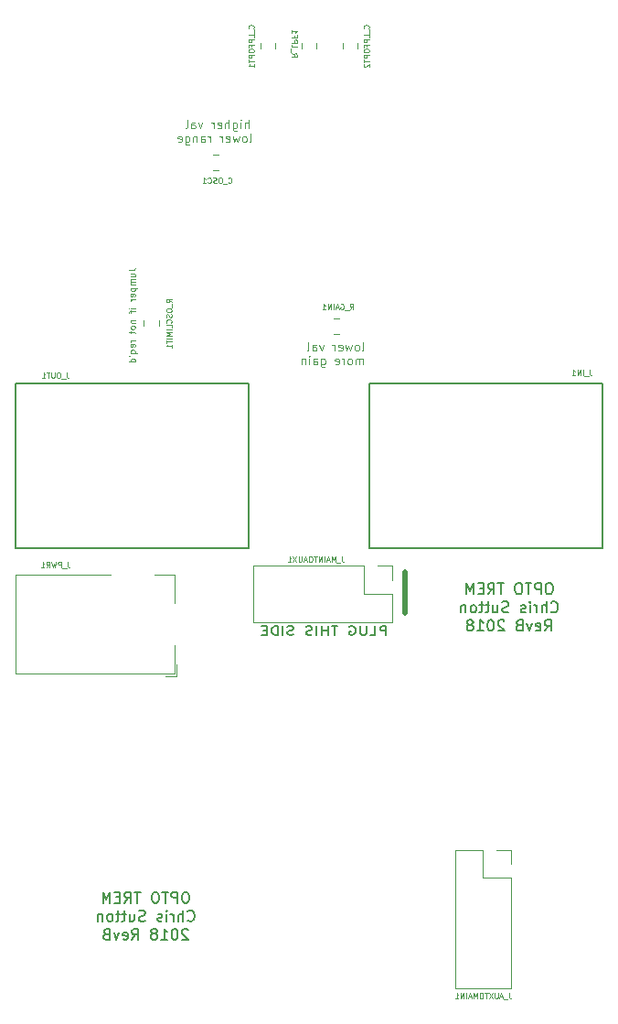
<source format=gbr>
G04 #@! TF.GenerationSoftware,KiCad,Pcbnew,(5.0.0-3-g5ebb6b6)*
G04 #@! TF.CreationDate,2018-11-16T00:35:09+00:00*
G04 #@! TF.ProjectId,555PWMTremolo,35353550574D5472656D6F6C6F2E6B69,rev?*
G04 #@! TF.SameCoordinates,Original*
G04 #@! TF.FileFunction,Legend,Bot*
G04 #@! TF.FilePolarity,Positive*
%FSLAX46Y46*%
G04 Gerber Fmt 4.6, Leading zero omitted, Abs format (unit mm)*
G04 Created by KiCad (PCBNEW (5.0.0-3-g5ebb6b6)) date Friday, 16 November 2018 at 00:35:09*
%MOMM*%
%LPD*%
G01*
G04 APERTURE LIST*
%ADD10C,0.500000*%
%ADD11C,0.100000*%
%ADD12C,0.200000*%
%ADD13C,0.120000*%
%ADD14C,0.150000*%
%ADD15C,0.125000*%
G04 APERTURE END LIST*
D10*
X89535000Y-127889000D02*
X89535000Y-131699000D01*
D11*
X75043904Y-86833904D02*
X75043904Y-86033904D01*
X74701047Y-86833904D02*
X74701047Y-86414857D01*
X74739142Y-86338666D01*
X74815333Y-86300571D01*
X74929619Y-86300571D01*
X75005809Y-86338666D01*
X75043904Y-86376761D01*
X74320095Y-86833904D02*
X74320095Y-86300571D01*
X74320095Y-86033904D02*
X74358190Y-86072000D01*
X74320095Y-86110095D01*
X74282000Y-86072000D01*
X74320095Y-86033904D01*
X74320095Y-86110095D01*
X73596285Y-86300571D02*
X73596285Y-86948190D01*
X73634380Y-87024380D01*
X73672476Y-87062476D01*
X73748666Y-87100571D01*
X73862952Y-87100571D01*
X73939142Y-87062476D01*
X73596285Y-86795809D02*
X73672476Y-86833904D01*
X73824857Y-86833904D01*
X73901047Y-86795809D01*
X73939142Y-86757714D01*
X73977238Y-86681523D01*
X73977238Y-86452952D01*
X73939142Y-86376761D01*
X73901047Y-86338666D01*
X73824857Y-86300571D01*
X73672476Y-86300571D01*
X73596285Y-86338666D01*
X73215333Y-86833904D02*
X73215333Y-86033904D01*
X72872476Y-86833904D02*
X72872476Y-86414857D01*
X72910571Y-86338666D01*
X72986761Y-86300571D01*
X73101047Y-86300571D01*
X73177238Y-86338666D01*
X73215333Y-86376761D01*
X72186761Y-86795809D02*
X72262952Y-86833904D01*
X72415333Y-86833904D01*
X72491523Y-86795809D01*
X72529619Y-86719619D01*
X72529619Y-86414857D01*
X72491523Y-86338666D01*
X72415333Y-86300571D01*
X72262952Y-86300571D01*
X72186761Y-86338666D01*
X72148666Y-86414857D01*
X72148666Y-86491047D01*
X72529619Y-86567238D01*
X71805809Y-86833904D02*
X71805809Y-86300571D01*
X71805809Y-86452952D02*
X71767714Y-86376761D01*
X71729619Y-86338666D01*
X71653428Y-86300571D01*
X71577238Y-86300571D01*
X70777238Y-86300571D02*
X70586761Y-86833904D01*
X70396285Y-86300571D01*
X69748666Y-86833904D02*
X69748666Y-86414857D01*
X69786761Y-86338666D01*
X69862952Y-86300571D01*
X70015333Y-86300571D01*
X70091523Y-86338666D01*
X69748666Y-86795809D02*
X69824857Y-86833904D01*
X70015333Y-86833904D01*
X70091523Y-86795809D01*
X70129619Y-86719619D01*
X70129619Y-86643428D01*
X70091523Y-86567238D01*
X70015333Y-86529142D01*
X69824857Y-86529142D01*
X69748666Y-86491047D01*
X69253428Y-86833904D02*
X69329619Y-86795809D01*
X69367714Y-86719619D01*
X69367714Y-86033904D01*
X75139142Y-88133904D02*
X75215333Y-88095809D01*
X75253428Y-88019619D01*
X75253428Y-87333904D01*
X74720095Y-88133904D02*
X74796285Y-88095809D01*
X74834380Y-88057714D01*
X74872476Y-87981523D01*
X74872476Y-87752952D01*
X74834380Y-87676761D01*
X74796285Y-87638666D01*
X74720095Y-87600571D01*
X74605809Y-87600571D01*
X74529619Y-87638666D01*
X74491523Y-87676761D01*
X74453428Y-87752952D01*
X74453428Y-87981523D01*
X74491523Y-88057714D01*
X74529619Y-88095809D01*
X74605809Y-88133904D01*
X74720095Y-88133904D01*
X74186761Y-87600571D02*
X74034380Y-88133904D01*
X73882000Y-87752952D01*
X73729619Y-88133904D01*
X73577238Y-87600571D01*
X72967714Y-88095809D02*
X73043904Y-88133904D01*
X73196285Y-88133904D01*
X73272476Y-88095809D01*
X73310571Y-88019619D01*
X73310571Y-87714857D01*
X73272476Y-87638666D01*
X73196285Y-87600571D01*
X73043904Y-87600571D01*
X72967714Y-87638666D01*
X72929619Y-87714857D01*
X72929619Y-87791047D01*
X73310571Y-87867238D01*
X72586761Y-88133904D02*
X72586761Y-87600571D01*
X72586761Y-87752952D02*
X72548666Y-87676761D01*
X72510571Y-87638666D01*
X72434380Y-87600571D01*
X72358190Y-87600571D01*
X71482000Y-88133904D02*
X71482000Y-87600571D01*
X71482000Y-87752952D02*
X71443904Y-87676761D01*
X71405809Y-87638666D01*
X71329619Y-87600571D01*
X71253428Y-87600571D01*
X70643904Y-88133904D02*
X70643904Y-87714857D01*
X70682000Y-87638666D01*
X70758190Y-87600571D01*
X70910571Y-87600571D01*
X70986761Y-87638666D01*
X70643904Y-88095809D02*
X70720095Y-88133904D01*
X70910571Y-88133904D01*
X70986761Y-88095809D01*
X71024857Y-88019619D01*
X71024857Y-87943428D01*
X70986761Y-87867238D01*
X70910571Y-87829142D01*
X70720095Y-87829142D01*
X70643904Y-87791047D01*
X70262952Y-87600571D02*
X70262952Y-88133904D01*
X70262952Y-87676761D02*
X70224857Y-87638666D01*
X70148666Y-87600571D01*
X70034380Y-87600571D01*
X69958190Y-87638666D01*
X69920095Y-87714857D01*
X69920095Y-88133904D01*
X69196285Y-87600571D02*
X69196285Y-88248190D01*
X69234380Y-88324380D01*
X69272476Y-88362476D01*
X69348666Y-88400571D01*
X69462952Y-88400571D01*
X69539142Y-88362476D01*
X69196285Y-88095809D02*
X69272476Y-88133904D01*
X69424857Y-88133904D01*
X69501047Y-88095809D01*
X69539142Y-88057714D01*
X69577238Y-87981523D01*
X69577238Y-87752952D01*
X69539142Y-87676761D01*
X69501047Y-87638666D01*
X69424857Y-87600571D01*
X69272476Y-87600571D01*
X69196285Y-87638666D01*
X68510571Y-88095809D02*
X68586761Y-88133904D01*
X68739142Y-88133904D01*
X68815333Y-88095809D01*
X68853428Y-88019619D01*
X68853428Y-87714857D01*
X68815333Y-87638666D01*
X68739142Y-87600571D01*
X68586761Y-87600571D01*
X68510571Y-87638666D01*
X68472476Y-87714857D01*
X68472476Y-87791047D01*
X68853428Y-87867238D01*
X85565904Y-107407904D02*
X85642095Y-107369809D01*
X85680190Y-107293619D01*
X85680190Y-106607904D01*
X85146857Y-107407904D02*
X85223047Y-107369809D01*
X85261142Y-107331714D01*
X85299238Y-107255523D01*
X85299238Y-107026952D01*
X85261142Y-106950761D01*
X85223047Y-106912666D01*
X85146857Y-106874571D01*
X85032571Y-106874571D01*
X84956380Y-106912666D01*
X84918285Y-106950761D01*
X84880190Y-107026952D01*
X84880190Y-107255523D01*
X84918285Y-107331714D01*
X84956380Y-107369809D01*
X85032571Y-107407904D01*
X85146857Y-107407904D01*
X84613523Y-106874571D02*
X84461142Y-107407904D01*
X84308761Y-107026952D01*
X84156380Y-107407904D01*
X84004000Y-106874571D01*
X83394476Y-107369809D02*
X83470666Y-107407904D01*
X83623047Y-107407904D01*
X83699238Y-107369809D01*
X83737333Y-107293619D01*
X83737333Y-106988857D01*
X83699238Y-106912666D01*
X83623047Y-106874571D01*
X83470666Y-106874571D01*
X83394476Y-106912666D01*
X83356380Y-106988857D01*
X83356380Y-107065047D01*
X83737333Y-107141238D01*
X83013523Y-107407904D02*
X83013523Y-106874571D01*
X83013523Y-107026952D02*
X82975428Y-106950761D01*
X82937333Y-106912666D01*
X82861142Y-106874571D01*
X82784952Y-106874571D01*
X81984952Y-106874571D02*
X81794476Y-107407904D01*
X81604000Y-106874571D01*
X80956380Y-107407904D02*
X80956380Y-106988857D01*
X80994476Y-106912666D01*
X81070666Y-106874571D01*
X81223047Y-106874571D01*
X81299238Y-106912666D01*
X80956380Y-107369809D02*
X81032571Y-107407904D01*
X81223047Y-107407904D01*
X81299238Y-107369809D01*
X81337333Y-107293619D01*
X81337333Y-107217428D01*
X81299238Y-107141238D01*
X81223047Y-107103142D01*
X81032571Y-107103142D01*
X80956380Y-107065047D01*
X80461142Y-107407904D02*
X80537333Y-107369809D01*
X80575428Y-107293619D01*
X80575428Y-106607904D01*
X85680190Y-108707904D02*
X85680190Y-108174571D01*
X85680190Y-108250761D02*
X85642095Y-108212666D01*
X85565904Y-108174571D01*
X85451619Y-108174571D01*
X85375428Y-108212666D01*
X85337333Y-108288857D01*
X85337333Y-108707904D01*
X85337333Y-108288857D02*
X85299238Y-108212666D01*
X85223047Y-108174571D01*
X85108761Y-108174571D01*
X85032571Y-108212666D01*
X84994476Y-108288857D01*
X84994476Y-108707904D01*
X84499238Y-108707904D02*
X84575428Y-108669809D01*
X84613523Y-108631714D01*
X84651619Y-108555523D01*
X84651619Y-108326952D01*
X84613523Y-108250761D01*
X84575428Y-108212666D01*
X84499238Y-108174571D01*
X84384952Y-108174571D01*
X84308761Y-108212666D01*
X84270666Y-108250761D01*
X84232571Y-108326952D01*
X84232571Y-108555523D01*
X84270666Y-108631714D01*
X84308761Y-108669809D01*
X84384952Y-108707904D01*
X84499238Y-108707904D01*
X83889714Y-108707904D02*
X83889714Y-108174571D01*
X83889714Y-108326952D02*
X83851619Y-108250761D01*
X83813523Y-108212666D01*
X83737333Y-108174571D01*
X83661142Y-108174571D01*
X83089714Y-108669809D02*
X83165904Y-108707904D01*
X83318285Y-108707904D01*
X83394476Y-108669809D01*
X83432571Y-108593619D01*
X83432571Y-108288857D01*
X83394476Y-108212666D01*
X83318285Y-108174571D01*
X83165904Y-108174571D01*
X83089714Y-108212666D01*
X83051619Y-108288857D01*
X83051619Y-108365047D01*
X83432571Y-108441238D01*
X81756380Y-108174571D02*
X81756380Y-108822190D01*
X81794476Y-108898380D01*
X81832571Y-108936476D01*
X81908761Y-108974571D01*
X82023047Y-108974571D01*
X82099238Y-108936476D01*
X81756380Y-108669809D02*
X81832571Y-108707904D01*
X81984952Y-108707904D01*
X82061142Y-108669809D01*
X82099238Y-108631714D01*
X82137333Y-108555523D01*
X82137333Y-108326952D01*
X82099238Y-108250761D01*
X82061142Y-108212666D01*
X81984952Y-108174571D01*
X81832571Y-108174571D01*
X81756380Y-108212666D01*
X81032571Y-108707904D02*
X81032571Y-108288857D01*
X81070666Y-108212666D01*
X81146857Y-108174571D01*
X81299238Y-108174571D01*
X81375428Y-108212666D01*
X81032571Y-108669809D02*
X81108761Y-108707904D01*
X81299238Y-108707904D01*
X81375428Y-108669809D01*
X81413523Y-108593619D01*
X81413523Y-108517428D01*
X81375428Y-108441238D01*
X81299238Y-108403142D01*
X81108761Y-108403142D01*
X81032571Y-108365047D01*
X80651619Y-108707904D02*
X80651619Y-108174571D01*
X80651619Y-107907904D02*
X80689714Y-107946000D01*
X80651619Y-107984095D01*
X80613523Y-107946000D01*
X80651619Y-107907904D01*
X80651619Y-107984095D01*
X80270666Y-108174571D02*
X80270666Y-108707904D01*
X80270666Y-108250761D02*
X80232571Y-108212666D01*
X80156380Y-108174571D01*
X80042095Y-108174571D01*
X79965904Y-108212666D01*
X79927809Y-108288857D01*
X79927809Y-108707904D01*
X63933428Y-99997142D02*
X64362000Y-99997142D01*
X64447714Y-99968571D01*
X64504857Y-99911428D01*
X64533428Y-99825714D01*
X64533428Y-99768571D01*
X64133428Y-100540000D02*
X64533428Y-100540000D01*
X64133428Y-100282857D02*
X64447714Y-100282857D01*
X64504857Y-100311428D01*
X64533428Y-100368571D01*
X64533428Y-100454285D01*
X64504857Y-100511428D01*
X64476285Y-100540000D01*
X64533428Y-100825714D02*
X64133428Y-100825714D01*
X64190571Y-100825714D02*
X64162000Y-100854285D01*
X64133428Y-100911428D01*
X64133428Y-100997142D01*
X64162000Y-101054285D01*
X64219142Y-101082857D01*
X64533428Y-101082857D01*
X64219142Y-101082857D02*
X64162000Y-101111428D01*
X64133428Y-101168571D01*
X64133428Y-101254285D01*
X64162000Y-101311428D01*
X64219142Y-101340000D01*
X64533428Y-101340000D01*
X64133428Y-101625714D02*
X64733428Y-101625714D01*
X64162000Y-101625714D02*
X64133428Y-101682857D01*
X64133428Y-101797142D01*
X64162000Y-101854285D01*
X64190571Y-101882857D01*
X64247714Y-101911428D01*
X64419142Y-101911428D01*
X64476285Y-101882857D01*
X64504857Y-101854285D01*
X64533428Y-101797142D01*
X64533428Y-101682857D01*
X64504857Y-101625714D01*
X64504857Y-102397142D02*
X64533428Y-102340000D01*
X64533428Y-102225714D01*
X64504857Y-102168571D01*
X64447714Y-102140000D01*
X64219142Y-102140000D01*
X64162000Y-102168571D01*
X64133428Y-102225714D01*
X64133428Y-102340000D01*
X64162000Y-102397142D01*
X64219142Y-102425714D01*
X64276285Y-102425714D01*
X64333428Y-102140000D01*
X64533428Y-102682857D02*
X64133428Y-102682857D01*
X64247714Y-102682857D02*
X64190571Y-102711428D01*
X64162000Y-102740000D01*
X64133428Y-102797142D01*
X64133428Y-102854285D01*
X64533428Y-103511428D02*
X64133428Y-103511428D01*
X63933428Y-103511428D02*
X63962000Y-103482857D01*
X63990571Y-103511428D01*
X63962000Y-103540000D01*
X63933428Y-103511428D01*
X63990571Y-103511428D01*
X64133428Y-103711428D02*
X64133428Y-103940000D01*
X64533428Y-103797142D02*
X64019142Y-103797142D01*
X63962000Y-103825714D01*
X63933428Y-103882857D01*
X63933428Y-103940000D01*
X64133428Y-104597142D02*
X64533428Y-104597142D01*
X64190571Y-104597142D02*
X64162000Y-104625714D01*
X64133428Y-104682857D01*
X64133428Y-104768571D01*
X64162000Y-104825714D01*
X64219142Y-104854285D01*
X64533428Y-104854285D01*
X64533428Y-105225714D02*
X64504857Y-105168571D01*
X64476285Y-105140000D01*
X64419142Y-105111428D01*
X64247714Y-105111428D01*
X64190571Y-105140000D01*
X64162000Y-105168571D01*
X64133428Y-105225714D01*
X64133428Y-105311428D01*
X64162000Y-105368571D01*
X64190571Y-105397142D01*
X64247714Y-105425714D01*
X64419142Y-105425714D01*
X64476285Y-105397142D01*
X64504857Y-105368571D01*
X64533428Y-105311428D01*
X64533428Y-105225714D01*
X64133428Y-105597142D02*
X64133428Y-105825714D01*
X63933428Y-105682857D02*
X64447714Y-105682857D01*
X64504857Y-105711428D01*
X64533428Y-105768571D01*
X64533428Y-105825714D01*
X64533428Y-106482857D02*
X64133428Y-106482857D01*
X64247714Y-106482857D02*
X64190571Y-106511428D01*
X64162000Y-106540000D01*
X64133428Y-106597142D01*
X64133428Y-106654285D01*
X64504857Y-107082857D02*
X64533428Y-107025714D01*
X64533428Y-106911428D01*
X64504857Y-106854285D01*
X64447714Y-106825714D01*
X64219142Y-106825714D01*
X64162000Y-106854285D01*
X64133428Y-106911428D01*
X64133428Y-107025714D01*
X64162000Y-107082857D01*
X64219142Y-107111428D01*
X64276285Y-107111428D01*
X64333428Y-106825714D01*
X64133428Y-107625714D02*
X64733428Y-107625714D01*
X64504857Y-107625714D02*
X64533428Y-107568571D01*
X64533428Y-107454285D01*
X64504857Y-107397142D01*
X64476285Y-107368571D01*
X64419142Y-107340000D01*
X64247714Y-107340000D01*
X64190571Y-107368571D01*
X64162000Y-107397142D01*
X64133428Y-107454285D01*
X64133428Y-107568571D01*
X64162000Y-107625714D01*
X63933428Y-107940000D02*
X63962000Y-107940000D01*
X64019142Y-107911428D01*
X64047714Y-107882857D01*
X64533428Y-108454285D02*
X63933428Y-108454285D01*
X64504857Y-108454285D02*
X64533428Y-108397142D01*
X64533428Y-108282857D01*
X64504857Y-108225714D01*
X64476285Y-108197142D01*
X64419142Y-108168571D01*
X64247714Y-108168571D01*
X64190571Y-108197142D01*
X64162000Y-108225714D01*
X64133428Y-108282857D01*
X64133428Y-108397142D01*
X64162000Y-108454285D01*
D12*
X87780095Y-133711904D02*
X87780095Y-132911904D01*
X87399142Y-132911904D01*
X87303904Y-132950000D01*
X87256285Y-132988095D01*
X87208666Y-133064285D01*
X87208666Y-133178571D01*
X87256285Y-133254761D01*
X87303904Y-133292857D01*
X87399142Y-133330952D01*
X87780095Y-133330952D01*
X86303904Y-133711904D02*
X86780095Y-133711904D01*
X86780095Y-132911904D01*
X85970571Y-132911904D02*
X85970571Y-133559523D01*
X85922952Y-133635714D01*
X85875333Y-133673809D01*
X85780095Y-133711904D01*
X85589619Y-133711904D01*
X85494380Y-133673809D01*
X85446761Y-133635714D01*
X85399142Y-133559523D01*
X85399142Y-132911904D01*
X84399142Y-132950000D02*
X84494380Y-132911904D01*
X84637238Y-132911904D01*
X84780095Y-132950000D01*
X84875333Y-133026190D01*
X84922952Y-133102380D01*
X84970571Y-133254761D01*
X84970571Y-133369047D01*
X84922952Y-133521428D01*
X84875333Y-133597619D01*
X84780095Y-133673809D01*
X84637238Y-133711904D01*
X84542000Y-133711904D01*
X84399142Y-133673809D01*
X84351523Y-133635714D01*
X84351523Y-133369047D01*
X84542000Y-133369047D01*
X83303904Y-132911904D02*
X82732476Y-132911904D01*
X83018190Y-133711904D02*
X83018190Y-132911904D01*
X82399142Y-133711904D02*
X82399142Y-132911904D01*
X82399142Y-133292857D02*
X81827714Y-133292857D01*
X81827714Y-133711904D02*
X81827714Y-132911904D01*
X81351523Y-133711904D02*
X81351523Y-132911904D01*
X80922952Y-133673809D02*
X80780095Y-133711904D01*
X80542000Y-133711904D01*
X80446761Y-133673809D01*
X80399142Y-133635714D01*
X80351523Y-133559523D01*
X80351523Y-133483333D01*
X80399142Y-133407142D01*
X80446761Y-133369047D01*
X80542000Y-133330952D01*
X80732476Y-133292857D01*
X80827714Y-133254761D01*
X80875333Y-133216666D01*
X80922952Y-133140476D01*
X80922952Y-133064285D01*
X80875333Y-132988095D01*
X80827714Y-132950000D01*
X80732476Y-132911904D01*
X80494380Y-132911904D01*
X80351523Y-132950000D01*
X79208666Y-133673809D02*
X79065809Y-133711904D01*
X78827714Y-133711904D01*
X78732476Y-133673809D01*
X78684857Y-133635714D01*
X78637238Y-133559523D01*
X78637238Y-133483333D01*
X78684857Y-133407142D01*
X78732476Y-133369047D01*
X78827714Y-133330952D01*
X79018190Y-133292857D01*
X79113428Y-133254761D01*
X79161047Y-133216666D01*
X79208666Y-133140476D01*
X79208666Y-133064285D01*
X79161047Y-132988095D01*
X79113428Y-132950000D01*
X79018190Y-132911904D01*
X78780095Y-132911904D01*
X78637238Y-132950000D01*
X78208666Y-133711904D02*
X78208666Y-132911904D01*
X77732476Y-133711904D02*
X77732476Y-132911904D01*
X77494380Y-132911904D01*
X77351523Y-132950000D01*
X77256285Y-133026190D01*
X77208666Y-133102380D01*
X77161047Y-133254761D01*
X77161047Y-133369047D01*
X77208666Y-133521428D01*
X77256285Y-133597619D01*
X77351523Y-133673809D01*
X77494380Y-133711904D01*
X77732476Y-133711904D01*
X76732476Y-133292857D02*
X76399142Y-133292857D01*
X76256285Y-133711904D02*
X76732476Y-133711904D01*
X76732476Y-132911904D01*
X76256285Y-132911904D01*
X102972714Y-128943380D02*
X102782238Y-128943380D01*
X102687000Y-128991000D01*
X102591761Y-129086238D01*
X102544142Y-129276714D01*
X102544142Y-129610047D01*
X102591761Y-129800523D01*
X102687000Y-129895761D01*
X102782238Y-129943380D01*
X102972714Y-129943380D01*
X103067952Y-129895761D01*
X103163190Y-129800523D01*
X103210809Y-129610047D01*
X103210809Y-129276714D01*
X103163190Y-129086238D01*
X103067952Y-128991000D01*
X102972714Y-128943380D01*
X102115571Y-129943380D02*
X102115571Y-128943380D01*
X101734619Y-128943380D01*
X101639380Y-128991000D01*
X101591761Y-129038619D01*
X101544142Y-129133857D01*
X101544142Y-129276714D01*
X101591761Y-129371952D01*
X101639380Y-129419571D01*
X101734619Y-129467190D01*
X102115571Y-129467190D01*
X101258428Y-128943380D02*
X100687000Y-128943380D01*
X100972714Y-129943380D02*
X100972714Y-128943380D01*
X100163190Y-128943380D02*
X99972714Y-128943380D01*
X99877476Y-128991000D01*
X99782238Y-129086238D01*
X99734619Y-129276714D01*
X99734619Y-129610047D01*
X99782238Y-129800523D01*
X99877476Y-129895761D01*
X99972714Y-129943380D01*
X100163190Y-129943380D01*
X100258428Y-129895761D01*
X100353666Y-129800523D01*
X100401285Y-129610047D01*
X100401285Y-129276714D01*
X100353666Y-129086238D01*
X100258428Y-128991000D01*
X100163190Y-128943380D01*
X98687000Y-128943380D02*
X98115571Y-128943380D01*
X98401285Y-129943380D02*
X98401285Y-128943380D01*
X97210809Y-129943380D02*
X97544142Y-129467190D01*
X97782238Y-129943380D02*
X97782238Y-128943380D01*
X97401285Y-128943380D01*
X97306047Y-128991000D01*
X97258428Y-129038619D01*
X97210809Y-129133857D01*
X97210809Y-129276714D01*
X97258428Y-129371952D01*
X97306047Y-129419571D01*
X97401285Y-129467190D01*
X97782238Y-129467190D01*
X96782238Y-129419571D02*
X96448904Y-129419571D01*
X96306047Y-129943380D02*
X96782238Y-129943380D01*
X96782238Y-128943380D01*
X96306047Y-128943380D01*
X95877476Y-129943380D02*
X95877476Y-128943380D01*
X95544142Y-129657666D01*
X95210809Y-128943380D01*
X95210809Y-129943380D01*
X103067952Y-131548142D02*
X103115571Y-131595761D01*
X103258428Y-131643380D01*
X103353666Y-131643380D01*
X103496523Y-131595761D01*
X103591761Y-131500523D01*
X103639380Y-131405285D01*
X103687000Y-131214809D01*
X103687000Y-131071952D01*
X103639380Y-130881476D01*
X103591761Y-130786238D01*
X103496523Y-130691000D01*
X103353666Y-130643380D01*
X103258428Y-130643380D01*
X103115571Y-130691000D01*
X103067952Y-130738619D01*
X102639380Y-131643380D02*
X102639380Y-130643380D01*
X102210809Y-131643380D02*
X102210809Y-131119571D01*
X102258428Y-131024333D01*
X102353666Y-130976714D01*
X102496523Y-130976714D01*
X102591761Y-131024333D01*
X102639380Y-131071952D01*
X101734619Y-131643380D02*
X101734619Y-130976714D01*
X101734619Y-131167190D02*
X101687000Y-131071952D01*
X101639380Y-131024333D01*
X101544142Y-130976714D01*
X101448904Y-130976714D01*
X101115571Y-131643380D02*
X101115571Y-130976714D01*
X101115571Y-130643380D02*
X101163190Y-130691000D01*
X101115571Y-130738619D01*
X101067952Y-130691000D01*
X101115571Y-130643380D01*
X101115571Y-130738619D01*
X100687000Y-131595761D02*
X100591761Y-131643380D01*
X100401285Y-131643380D01*
X100306047Y-131595761D01*
X100258428Y-131500523D01*
X100258428Y-131452904D01*
X100306047Y-131357666D01*
X100401285Y-131310047D01*
X100544142Y-131310047D01*
X100639380Y-131262428D01*
X100687000Y-131167190D01*
X100687000Y-131119571D01*
X100639380Y-131024333D01*
X100544142Y-130976714D01*
X100401285Y-130976714D01*
X100306047Y-131024333D01*
X99115571Y-131595761D02*
X98972714Y-131643380D01*
X98734619Y-131643380D01*
X98639380Y-131595761D01*
X98591761Y-131548142D01*
X98544142Y-131452904D01*
X98544142Y-131357666D01*
X98591761Y-131262428D01*
X98639380Y-131214809D01*
X98734619Y-131167190D01*
X98925095Y-131119571D01*
X99020333Y-131071952D01*
X99067952Y-131024333D01*
X99115571Y-130929095D01*
X99115571Y-130833857D01*
X99067952Y-130738619D01*
X99020333Y-130691000D01*
X98925095Y-130643380D01*
X98687000Y-130643380D01*
X98544142Y-130691000D01*
X97687000Y-130976714D02*
X97687000Y-131643380D01*
X98115571Y-130976714D02*
X98115571Y-131500523D01*
X98067952Y-131595761D01*
X97972714Y-131643380D01*
X97829857Y-131643380D01*
X97734619Y-131595761D01*
X97687000Y-131548142D01*
X97353666Y-130976714D02*
X96972714Y-130976714D01*
X97210809Y-130643380D02*
X97210809Y-131500523D01*
X97163190Y-131595761D01*
X97067952Y-131643380D01*
X96972714Y-131643380D01*
X96782238Y-130976714D02*
X96401285Y-130976714D01*
X96639380Y-130643380D02*
X96639380Y-131500523D01*
X96591761Y-131595761D01*
X96496523Y-131643380D01*
X96401285Y-131643380D01*
X95925095Y-131643380D02*
X96020333Y-131595761D01*
X96067952Y-131548142D01*
X96115571Y-131452904D01*
X96115571Y-131167190D01*
X96067952Y-131071952D01*
X96020333Y-131024333D01*
X95925095Y-130976714D01*
X95782238Y-130976714D01*
X95687000Y-131024333D01*
X95639380Y-131071952D01*
X95591761Y-131167190D01*
X95591761Y-131452904D01*
X95639380Y-131548142D01*
X95687000Y-131595761D01*
X95782238Y-131643380D01*
X95925095Y-131643380D01*
X95163190Y-130976714D02*
X95163190Y-131643380D01*
X95163190Y-131071952D02*
X95115571Y-131024333D01*
X95020333Y-130976714D01*
X94877476Y-130976714D01*
X94782238Y-131024333D01*
X94734619Y-131119571D01*
X94734619Y-131643380D01*
X102472714Y-133343380D02*
X102806047Y-132867190D01*
X103044142Y-133343380D02*
X103044142Y-132343380D01*
X102663190Y-132343380D01*
X102567952Y-132391000D01*
X102520333Y-132438619D01*
X102472714Y-132533857D01*
X102472714Y-132676714D01*
X102520333Y-132771952D01*
X102567952Y-132819571D01*
X102663190Y-132867190D01*
X103044142Y-132867190D01*
X101663190Y-133295761D02*
X101758428Y-133343380D01*
X101948904Y-133343380D01*
X102044142Y-133295761D01*
X102091761Y-133200523D01*
X102091761Y-132819571D01*
X102044142Y-132724333D01*
X101948904Y-132676714D01*
X101758428Y-132676714D01*
X101663190Y-132724333D01*
X101615571Y-132819571D01*
X101615571Y-132914809D01*
X102091761Y-133010047D01*
X101282238Y-132676714D02*
X101044142Y-133343380D01*
X100806047Y-132676714D01*
X100091761Y-132819571D02*
X99948904Y-132867190D01*
X99901285Y-132914809D01*
X99853666Y-133010047D01*
X99853666Y-133152904D01*
X99901285Y-133248142D01*
X99948904Y-133295761D01*
X100044142Y-133343380D01*
X100425095Y-133343380D01*
X100425095Y-132343380D01*
X100091761Y-132343380D01*
X99996523Y-132391000D01*
X99948904Y-132438619D01*
X99901285Y-132533857D01*
X99901285Y-132629095D01*
X99948904Y-132724333D01*
X99996523Y-132771952D01*
X100091761Y-132819571D01*
X100425095Y-132819571D01*
X98710809Y-132438619D02*
X98663190Y-132391000D01*
X98567952Y-132343380D01*
X98329857Y-132343380D01*
X98234619Y-132391000D01*
X98187000Y-132438619D01*
X98139380Y-132533857D01*
X98139380Y-132629095D01*
X98187000Y-132771952D01*
X98758428Y-133343380D01*
X98139380Y-133343380D01*
X97520333Y-132343380D02*
X97425095Y-132343380D01*
X97329857Y-132391000D01*
X97282238Y-132438619D01*
X97234619Y-132533857D01*
X97187000Y-132724333D01*
X97187000Y-132962428D01*
X97234619Y-133152904D01*
X97282238Y-133248142D01*
X97329857Y-133295761D01*
X97425095Y-133343380D01*
X97520333Y-133343380D01*
X97615571Y-133295761D01*
X97663190Y-133248142D01*
X97710809Y-133152904D01*
X97758428Y-132962428D01*
X97758428Y-132724333D01*
X97710809Y-132533857D01*
X97663190Y-132438619D01*
X97615571Y-132391000D01*
X97520333Y-132343380D01*
X96234619Y-133343380D02*
X96806047Y-133343380D01*
X96520333Y-133343380D02*
X96520333Y-132343380D01*
X96615571Y-132486238D01*
X96710809Y-132581476D01*
X96806047Y-132629095D01*
X95663190Y-132771952D02*
X95758428Y-132724333D01*
X95806047Y-132676714D01*
X95853666Y-132581476D01*
X95853666Y-132533857D01*
X95806047Y-132438619D01*
X95758428Y-132391000D01*
X95663190Y-132343380D01*
X95472714Y-132343380D01*
X95377476Y-132391000D01*
X95329857Y-132438619D01*
X95282238Y-132533857D01*
X95282238Y-132581476D01*
X95329857Y-132676714D01*
X95377476Y-132724333D01*
X95472714Y-132771952D01*
X95663190Y-132771952D01*
X95758428Y-132819571D01*
X95806047Y-132867190D01*
X95853666Y-132962428D01*
X95853666Y-133152904D01*
X95806047Y-133248142D01*
X95758428Y-133295761D01*
X95663190Y-133343380D01*
X95472714Y-133343380D01*
X95377476Y-133295761D01*
X95329857Y-133248142D01*
X95282238Y-133152904D01*
X95282238Y-132962428D01*
X95329857Y-132867190D01*
X95377476Y-132819571D01*
X95472714Y-132771952D01*
X69317714Y-157518380D02*
X69127238Y-157518380D01*
X69032000Y-157566000D01*
X68936761Y-157661238D01*
X68889142Y-157851714D01*
X68889142Y-158185047D01*
X68936761Y-158375523D01*
X69032000Y-158470761D01*
X69127238Y-158518380D01*
X69317714Y-158518380D01*
X69412952Y-158470761D01*
X69508190Y-158375523D01*
X69555809Y-158185047D01*
X69555809Y-157851714D01*
X69508190Y-157661238D01*
X69412952Y-157566000D01*
X69317714Y-157518380D01*
X68460571Y-158518380D02*
X68460571Y-157518380D01*
X68079619Y-157518380D01*
X67984380Y-157566000D01*
X67936761Y-157613619D01*
X67889142Y-157708857D01*
X67889142Y-157851714D01*
X67936761Y-157946952D01*
X67984380Y-157994571D01*
X68079619Y-158042190D01*
X68460571Y-158042190D01*
X67603428Y-157518380D02*
X67032000Y-157518380D01*
X67317714Y-158518380D02*
X67317714Y-157518380D01*
X66508190Y-157518380D02*
X66317714Y-157518380D01*
X66222476Y-157566000D01*
X66127238Y-157661238D01*
X66079619Y-157851714D01*
X66079619Y-158185047D01*
X66127238Y-158375523D01*
X66222476Y-158470761D01*
X66317714Y-158518380D01*
X66508190Y-158518380D01*
X66603428Y-158470761D01*
X66698666Y-158375523D01*
X66746285Y-158185047D01*
X66746285Y-157851714D01*
X66698666Y-157661238D01*
X66603428Y-157566000D01*
X66508190Y-157518380D01*
X65032000Y-157518380D02*
X64460571Y-157518380D01*
X64746285Y-158518380D02*
X64746285Y-157518380D01*
X63555809Y-158518380D02*
X63889142Y-158042190D01*
X64127238Y-158518380D02*
X64127238Y-157518380D01*
X63746285Y-157518380D01*
X63651047Y-157566000D01*
X63603428Y-157613619D01*
X63555809Y-157708857D01*
X63555809Y-157851714D01*
X63603428Y-157946952D01*
X63651047Y-157994571D01*
X63746285Y-158042190D01*
X64127238Y-158042190D01*
X63127238Y-157994571D02*
X62793904Y-157994571D01*
X62651047Y-158518380D02*
X63127238Y-158518380D01*
X63127238Y-157518380D01*
X62651047Y-157518380D01*
X62222476Y-158518380D02*
X62222476Y-157518380D01*
X61889142Y-158232666D01*
X61555809Y-157518380D01*
X61555809Y-158518380D01*
X69412952Y-160123142D02*
X69460571Y-160170761D01*
X69603428Y-160218380D01*
X69698666Y-160218380D01*
X69841523Y-160170761D01*
X69936761Y-160075523D01*
X69984380Y-159980285D01*
X70032000Y-159789809D01*
X70032000Y-159646952D01*
X69984380Y-159456476D01*
X69936761Y-159361238D01*
X69841523Y-159266000D01*
X69698666Y-159218380D01*
X69603428Y-159218380D01*
X69460571Y-159266000D01*
X69412952Y-159313619D01*
X68984380Y-160218380D02*
X68984380Y-159218380D01*
X68555809Y-160218380D02*
X68555809Y-159694571D01*
X68603428Y-159599333D01*
X68698666Y-159551714D01*
X68841523Y-159551714D01*
X68936761Y-159599333D01*
X68984380Y-159646952D01*
X68079619Y-160218380D02*
X68079619Y-159551714D01*
X68079619Y-159742190D02*
X68032000Y-159646952D01*
X67984380Y-159599333D01*
X67889142Y-159551714D01*
X67793904Y-159551714D01*
X67460571Y-160218380D02*
X67460571Y-159551714D01*
X67460571Y-159218380D02*
X67508190Y-159266000D01*
X67460571Y-159313619D01*
X67412952Y-159266000D01*
X67460571Y-159218380D01*
X67460571Y-159313619D01*
X67032000Y-160170761D02*
X66936761Y-160218380D01*
X66746285Y-160218380D01*
X66651047Y-160170761D01*
X66603428Y-160075523D01*
X66603428Y-160027904D01*
X66651047Y-159932666D01*
X66746285Y-159885047D01*
X66889142Y-159885047D01*
X66984380Y-159837428D01*
X67032000Y-159742190D01*
X67032000Y-159694571D01*
X66984380Y-159599333D01*
X66889142Y-159551714D01*
X66746285Y-159551714D01*
X66651047Y-159599333D01*
X65460571Y-160170761D02*
X65317714Y-160218380D01*
X65079619Y-160218380D01*
X64984380Y-160170761D01*
X64936761Y-160123142D01*
X64889142Y-160027904D01*
X64889142Y-159932666D01*
X64936761Y-159837428D01*
X64984380Y-159789809D01*
X65079619Y-159742190D01*
X65270095Y-159694571D01*
X65365333Y-159646952D01*
X65412952Y-159599333D01*
X65460571Y-159504095D01*
X65460571Y-159408857D01*
X65412952Y-159313619D01*
X65365333Y-159266000D01*
X65270095Y-159218380D01*
X65031999Y-159218380D01*
X64889142Y-159266000D01*
X64031999Y-159551714D02*
X64031999Y-160218380D01*
X64460571Y-159551714D02*
X64460571Y-160075523D01*
X64412952Y-160170761D01*
X64317714Y-160218380D01*
X64174857Y-160218380D01*
X64079619Y-160170761D01*
X64031999Y-160123142D01*
X63698666Y-159551714D02*
X63317714Y-159551714D01*
X63555809Y-159218380D02*
X63555809Y-160075523D01*
X63508190Y-160170761D01*
X63412952Y-160218380D01*
X63317714Y-160218380D01*
X63127238Y-159551714D02*
X62746285Y-159551714D01*
X62984380Y-159218380D02*
X62984380Y-160075523D01*
X62936761Y-160170761D01*
X62841523Y-160218380D01*
X62746285Y-160218380D01*
X62270095Y-160218380D02*
X62365333Y-160170761D01*
X62412952Y-160123142D01*
X62460571Y-160027904D01*
X62460571Y-159742190D01*
X62412952Y-159646952D01*
X62365333Y-159599333D01*
X62270095Y-159551714D01*
X62127238Y-159551714D01*
X62031999Y-159599333D01*
X61984380Y-159646952D01*
X61936761Y-159742190D01*
X61936761Y-160027904D01*
X61984380Y-160123142D01*
X62031999Y-160170761D01*
X62127238Y-160218380D01*
X62270095Y-160218380D01*
X61508190Y-159551714D02*
X61508190Y-160218380D01*
X61508190Y-159646952D02*
X61460571Y-159599333D01*
X61365333Y-159551714D01*
X61222476Y-159551714D01*
X61127238Y-159599333D01*
X61079619Y-159694571D01*
X61079619Y-160218380D01*
X69436761Y-161013619D02*
X69389142Y-160966000D01*
X69293904Y-160918380D01*
X69055809Y-160918380D01*
X68960571Y-160966000D01*
X68912952Y-161013619D01*
X68865333Y-161108857D01*
X68865333Y-161204095D01*
X68912952Y-161346952D01*
X69484380Y-161918380D01*
X68865333Y-161918380D01*
X68246285Y-160918380D02*
X68151047Y-160918380D01*
X68055809Y-160966000D01*
X68008190Y-161013619D01*
X67960571Y-161108857D01*
X67912952Y-161299333D01*
X67912952Y-161537428D01*
X67960571Y-161727904D01*
X68008190Y-161823142D01*
X68055809Y-161870761D01*
X68151047Y-161918380D01*
X68246285Y-161918380D01*
X68341523Y-161870761D01*
X68389142Y-161823142D01*
X68436761Y-161727904D01*
X68484380Y-161537428D01*
X68484380Y-161299333D01*
X68436761Y-161108857D01*
X68389142Y-161013619D01*
X68341523Y-160966000D01*
X68246285Y-160918380D01*
X66960571Y-161918380D02*
X67532000Y-161918380D01*
X67246285Y-161918380D02*
X67246285Y-160918380D01*
X67341523Y-161061238D01*
X67436761Y-161156476D01*
X67532000Y-161204095D01*
X66389142Y-161346952D02*
X66484380Y-161299333D01*
X66532000Y-161251714D01*
X66579619Y-161156476D01*
X66579619Y-161108857D01*
X66532000Y-161013619D01*
X66484380Y-160966000D01*
X66389142Y-160918380D01*
X66198666Y-160918380D01*
X66103428Y-160966000D01*
X66055809Y-161013619D01*
X66008190Y-161108857D01*
X66008190Y-161156476D01*
X66055809Y-161251714D01*
X66103428Y-161299333D01*
X66198666Y-161346952D01*
X66389142Y-161346952D01*
X66484380Y-161394571D01*
X66532000Y-161442190D01*
X66579619Y-161537428D01*
X66579619Y-161727904D01*
X66532000Y-161823142D01*
X66484380Y-161870761D01*
X66389142Y-161918380D01*
X66198666Y-161918380D01*
X66103428Y-161870761D01*
X66055809Y-161823142D01*
X66008190Y-161727904D01*
X66008190Y-161537428D01*
X66055809Y-161442190D01*
X66103428Y-161394571D01*
X66198666Y-161346952D01*
X64246285Y-161918380D02*
X64579619Y-161442190D01*
X64817714Y-161918380D02*
X64817714Y-160918380D01*
X64436761Y-160918380D01*
X64341523Y-160966000D01*
X64293904Y-161013619D01*
X64246285Y-161108857D01*
X64246285Y-161251714D01*
X64293904Y-161346952D01*
X64341523Y-161394571D01*
X64436761Y-161442190D01*
X64817714Y-161442190D01*
X63436761Y-161870761D02*
X63532000Y-161918380D01*
X63722476Y-161918380D01*
X63817714Y-161870761D01*
X63865333Y-161775523D01*
X63865333Y-161394571D01*
X63817714Y-161299333D01*
X63722476Y-161251714D01*
X63532000Y-161251714D01*
X63436761Y-161299333D01*
X63389142Y-161394571D01*
X63389142Y-161489809D01*
X63865333Y-161585047D01*
X63055809Y-161251714D02*
X62817714Y-161918380D01*
X62579619Y-161251714D01*
X61865333Y-161394571D02*
X61722476Y-161442190D01*
X61674857Y-161489809D01*
X61627238Y-161585047D01*
X61627238Y-161727904D01*
X61674857Y-161823142D01*
X61722476Y-161870761D01*
X61817714Y-161918380D01*
X62198666Y-161918380D01*
X62198666Y-160918380D01*
X61865333Y-160918380D01*
X61770095Y-160966000D01*
X61722476Y-161013619D01*
X61674857Y-161108857D01*
X61674857Y-161204095D01*
X61722476Y-161299333D01*
X61770095Y-161346952D01*
X61865333Y-161394571D01*
X62198666Y-161394571D01*
D13*
G04 #@! TO.C,J_AUXTOMAIN1*
X99374000Y-153610000D02*
X98044000Y-153610000D01*
X99374000Y-154940000D02*
X99374000Y-153610000D01*
X96774000Y-153610000D02*
X94174000Y-153610000D01*
X96774000Y-156210000D02*
X96774000Y-153610000D01*
X99374000Y-156210000D02*
X96774000Y-156210000D01*
X94174000Y-153610000D02*
X94174000Y-166430000D01*
X99374000Y-156210000D02*
X99374000Y-166430000D01*
X99374000Y-166430000D02*
X94174000Y-166430000D01*
G04 #@! TO.C,C_LPFOPT1*
X77545000Y-78986748D02*
X77545000Y-79509252D01*
X76125000Y-78986748D02*
X76125000Y-79509252D01*
G04 #@! TO.C,C_LPFOPT2*
X83745000Y-78986748D02*
X83745000Y-79509252D01*
X85165000Y-78986748D02*
X85165000Y-79509252D01*
G04 #@! TO.C,R_LPF1*
X79935000Y-79509252D02*
X79935000Y-78986748D01*
X81355000Y-79509252D02*
X81355000Y-78986748D01*
G04 #@! TO.C,R_GAIN1*
X82923748Y-105866000D02*
X83446252Y-105866000D01*
X82923748Y-104446000D02*
X83446252Y-104446000D01*
G04 #@! TO.C,C_OSC1*
X71747748Y-90753000D02*
X72270252Y-90753000D01*
X71747748Y-89333000D02*
X72270252Y-89333000D01*
D14*
G04 #@! TO.C,J_IN1*
X86233000Y-110490000D02*
X107823000Y-110490000D01*
X86233000Y-125730000D02*
X86233000Y-110490000D01*
X107823000Y-125730000D02*
X86233000Y-125730000D01*
X107823000Y-110490000D02*
X107823000Y-125730000D01*
D13*
G04 #@! TO.C,J_PWR1*
X68410000Y-136465000D02*
X68410000Y-137515000D01*
X67360000Y-137515000D02*
X68410000Y-137515000D01*
X62310000Y-128115000D02*
X53510000Y-128115000D01*
X53510000Y-128115000D02*
X53510000Y-137315000D01*
X68210000Y-130815000D02*
X68210000Y-128115000D01*
X68210000Y-128115000D02*
X66310000Y-128115000D01*
X53510000Y-137315000D02*
X68210000Y-137315000D01*
X68210000Y-137315000D02*
X68210000Y-134715000D01*
D14*
G04 #@! TO.C,J_OUT1*
X53467000Y-125730000D02*
X53467000Y-110490000D01*
X53467000Y-110490000D02*
X75057000Y-110490000D01*
X75057000Y-110490000D02*
X75057000Y-125730000D01*
X75057000Y-125730000D02*
X53467000Y-125730000D01*
D13*
G04 #@! TO.C,R_OSCLIMIT1*
X66750000Y-105163252D02*
X66750000Y-104640748D01*
X65330000Y-105163252D02*
X65330000Y-104640748D01*
G04 #@! TO.C,J_MAINTOAUX1*
X75505000Y-127321000D02*
X75505000Y-132521000D01*
X85725000Y-127321000D02*
X75505000Y-127321000D01*
X88325000Y-132521000D02*
X75505000Y-132521000D01*
X85725000Y-127321000D02*
X85725000Y-129921000D01*
X85725000Y-129921000D02*
X88325000Y-129921000D01*
X88325000Y-129921000D02*
X88325000Y-132521000D01*
X86995000Y-127321000D02*
X88325000Y-127321000D01*
X88325000Y-127321000D02*
X88325000Y-128651000D01*
G04 #@! TO.C,J_AUXTOMAIN1*
D15*
X99178761Y-166858190D02*
X99178761Y-167215333D01*
X99202571Y-167286761D01*
X99250190Y-167334380D01*
X99321619Y-167358190D01*
X99369238Y-167358190D01*
X99059714Y-167405809D02*
X98678761Y-167405809D01*
X98583523Y-167215333D02*
X98345428Y-167215333D01*
X98631142Y-167358190D02*
X98464476Y-166858190D01*
X98297809Y-167358190D01*
X98131142Y-166858190D02*
X98131142Y-167262952D01*
X98107333Y-167310571D01*
X98083523Y-167334380D01*
X98035904Y-167358190D01*
X97940666Y-167358190D01*
X97893047Y-167334380D01*
X97869238Y-167310571D01*
X97845428Y-167262952D01*
X97845428Y-166858190D01*
X97654952Y-166858190D02*
X97321619Y-167358190D01*
X97321619Y-166858190D02*
X97654952Y-167358190D01*
X97202571Y-166858190D02*
X96916857Y-166858190D01*
X97059714Y-167358190D02*
X97059714Y-166858190D01*
X96654952Y-166858190D02*
X96559714Y-166858190D01*
X96512095Y-166882000D01*
X96464476Y-166929619D01*
X96440666Y-167024857D01*
X96440666Y-167191523D01*
X96464476Y-167286761D01*
X96512095Y-167334380D01*
X96559714Y-167358190D01*
X96654952Y-167358190D01*
X96702571Y-167334380D01*
X96750190Y-167286761D01*
X96774000Y-167191523D01*
X96774000Y-167024857D01*
X96750190Y-166929619D01*
X96702571Y-166882000D01*
X96654952Y-166858190D01*
X96226380Y-167358190D02*
X96226380Y-166858190D01*
X96059714Y-167215333D01*
X95893047Y-166858190D01*
X95893047Y-167358190D01*
X95678761Y-167215333D02*
X95440666Y-167215333D01*
X95726380Y-167358190D02*
X95559714Y-166858190D01*
X95393047Y-167358190D01*
X95226380Y-167358190D02*
X95226380Y-166858190D01*
X94988285Y-167358190D02*
X94988285Y-166858190D01*
X94702571Y-167358190D01*
X94702571Y-166858190D01*
X94202571Y-167358190D02*
X94488285Y-167358190D01*
X94345428Y-167358190D02*
X94345428Y-166858190D01*
X94393047Y-166929619D01*
X94440666Y-166977238D01*
X94488285Y-167001047D01*
G04 #@! TO.C,C_LPFOPT1*
X75489571Y-77605142D02*
X75513380Y-77581333D01*
X75537190Y-77509904D01*
X75537190Y-77462285D01*
X75513380Y-77390857D01*
X75465761Y-77343238D01*
X75418142Y-77319428D01*
X75322904Y-77295619D01*
X75251476Y-77295619D01*
X75156238Y-77319428D01*
X75108619Y-77343238D01*
X75061000Y-77390857D01*
X75037190Y-77462285D01*
X75037190Y-77509904D01*
X75061000Y-77581333D01*
X75084809Y-77605142D01*
X75584809Y-77700380D02*
X75584809Y-78081333D01*
X75537190Y-78438476D02*
X75537190Y-78200380D01*
X75037190Y-78200380D01*
X75537190Y-78605142D02*
X75037190Y-78605142D01*
X75037190Y-78795619D01*
X75061000Y-78843238D01*
X75084809Y-78867047D01*
X75132428Y-78890857D01*
X75203857Y-78890857D01*
X75251476Y-78867047D01*
X75275285Y-78843238D01*
X75299095Y-78795619D01*
X75299095Y-78605142D01*
X75275285Y-79271809D02*
X75275285Y-79105142D01*
X75537190Y-79105142D02*
X75037190Y-79105142D01*
X75037190Y-79343238D01*
X75037190Y-79628952D02*
X75037190Y-79724190D01*
X75061000Y-79771809D01*
X75108619Y-79819428D01*
X75203857Y-79843238D01*
X75370523Y-79843238D01*
X75465761Y-79819428D01*
X75513380Y-79771809D01*
X75537190Y-79724190D01*
X75537190Y-79628952D01*
X75513380Y-79581333D01*
X75465761Y-79533714D01*
X75370523Y-79509904D01*
X75203857Y-79509904D01*
X75108619Y-79533714D01*
X75061000Y-79581333D01*
X75037190Y-79628952D01*
X75537190Y-80057523D02*
X75037190Y-80057523D01*
X75037190Y-80248000D01*
X75061000Y-80295619D01*
X75084809Y-80319428D01*
X75132428Y-80343238D01*
X75203857Y-80343238D01*
X75251476Y-80319428D01*
X75275285Y-80295619D01*
X75299095Y-80248000D01*
X75299095Y-80057523D01*
X75037190Y-80486095D02*
X75037190Y-80771809D01*
X75537190Y-80628952D02*
X75037190Y-80628952D01*
X75537190Y-81200380D02*
X75537190Y-80914666D01*
X75537190Y-81057523D02*
X75037190Y-81057523D01*
X75108619Y-81009904D01*
X75156238Y-80962285D01*
X75180047Y-80914666D01*
G04 #@! TO.C,C_LPFOPT2*
X86157571Y-77605142D02*
X86181380Y-77581333D01*
X86205190Y-77509904D01*
X86205190Y-77462285D01*
X86181380Y-77390857D01*
X86133761Y-77343238D01*
X86086142Y-77319428D01*
X85990904Y-77295619D01*
X85919476Y-77295619D01*
X85824238Y-77319428D01*
X85776619Y-77343238D01*
X85729000Y-77390857D01*
X85705190Y-77462285D01*
X85705190Y-77509904D01*
X85729000Y-77581333D01*
X85752809Y-77605142D01*
X86252809Y-77700380D02*
X86252809Y-78081333D01*
X86205190Y-78438476D02*
X86205190Y-78200380D01*
X85705190Y-78200380D01*
X86205190Y-78605142D02*
X85705190Y-78605142D01*
X85705190Y-78795619D01*
X85729000Y-78843238D01*
X85752809Y-78867047D01*
X85800428Y-78890857D01*
X85871857Y-78890857D01*
X85919476Y-78867047D01*
X85943285Y-78843238D01*
X85967095Y-78795619D01*
X85967095Y-78605142D01*
X85943285Y-79271809D02*
X85943285Y-79105142D01*
X86205190Y-79105142D02*
X85705190Y-79105142D01*
X85705190Y-79343238D01*
X85705190Y-79628952D02*
X85705190Y-79724190D01*
X85729000Y-79771809D01*
X85776619Y-79819428D01*
X85871857Y-79843238D01*
X86038523Y-79843238D01*
X86133761Y-79819428D01*
X86181380Y-79771809D01*
X86205190Y-79724190D01*
X86205190Y-79628952D01*
X86181380Y-79581333D01*
X86133761Y-79533714D01*
X86038523Y-79509904D01*
X85871857Y-79509904D01*
X85776619Y-79533714D01*
X85729000Y-79581333D01*
X85705190Y-79628952D01*
X86205190Y-80057523D02*
X85705190Y-80057523D01*
X85705190Y-80248000D01*
X85729000Y-80295619D01*
X85752809Y-80319428D01*
X85800428Y-80343238D01*
X85871857Y-80343238D01*
X85919476Y-80319428D01*
X85943285Y-80295619D01*
X85967095Y-80248000D01*
X85967095Y-80057523D01*
X85705190Y-80486095D02*
X85705190Y-80771809D01*
X86205190Y-80628952D02*
X85705190Y-80628952D01*
X85752809Y-80914666D02*
X85729000Y-80938476D01*
X85705190Y-80986095D01*
X85705190Y-81105142D01*
X85729000Y-81152761D01*
X85752809Y-81176571D01*
X85800428Y-81200380D01*
X85848047Y-81200380D01*
X85919476Y-81176571D01*
X86205190Y-80890857D01*
X86205190Y-81200380D01*
G04 #@! TO.C,R_LPF1*
X79021809Y-79934476D02*
X79259904Y-80101142D01*
X79021809Y-80220190D02*
X79521809Y-80220190D01*
X79521809Y-80029714D01*
X79498000Y-79982095D01*
X79474190Y-79958285D01*
X79426571Y-79934476D01*
X79355142Y-79934476D01*
X79307523Y-79958285D01*
X79283714Y-79982095D01*
X79259904Y-80029714D01*
X79259904Y-80220190D01*
X78974190Y-79839238D02*
X78974190Y-79458285D01*
X79021809Y-79101142D02*
X79021809Y-79339238D01*
X79521809Y-79339238D01*
X79021809Y-78934476D02*
X79521809Y-78934476D01*
X79521809Y-78744000D01*
X79498000Y-78696380D01*
X79474190Y-78672571D01*
X79426571Y-78648761D01*
X79355142Y-78648761D01*
X79307523Y-78672571D01*
X79283714Y-78696380D01*
X79259904Y-78744000D01*
X79259904Y-78934476D01*
X79283714Y-78267809D02*
X79283714Y-78434476D01*
X79021809Y-78434476D02*
X79521809Y-78434476D01*
X79521809Y-78196380D01*
X79021809Y-77744000D02*
X79021809Y-78029714D01*
X79021809Y-77886857D02*
X79521809Y-77886857D01*
X79450380Y-77934476D01*
X79402761Y-77982095D01*
X79378952Y-78029714D01*
G04 #@! TO.C,R_GAIN1*
X84431047Y-103604190D02*
X84597714Y-103366095D01*
X84716761Y-103604190D02*
X84716761Y-103104190D01*
X84526285Y-103104190D01*
X84478666Y-103128000D01*
X84454857Y-103151809D01*
X84431047Y-103199428D01*
X84431047Y-103270857D01*
X84454857Y-103318476D01*
X84478666Y-103342285D01*
X84526285Y-103366095D01*
X84716761Y-103366095D01*
X84335809Y-103651809D02*
X83954857Y-103651809D01*
X83573904Y-103128000D02*
X83621523Y-103104190D01*
X83692952Y-103104190D01*
X83764380Y-103128000D01*
X83812000Y-103175619D01*
X83835809Y-103223238D01*
X83859619Y-103318476D01*
X83859619Y-103389904D01*
X83835809Y-103485142D01*
X83812000Y-103532761D01*
X83764380Y-103580380D01*
X83692952Y-103604190D01*
X83645333Y-103604190D01*
X83573904Y-103580380D01*
X83550095Y-103556571D01*
X83550095Y-103389904D01*
X83645333Y-103389904D01*
X83359619Y-103461333D02*
X83121523Y-103461333D01*
X83407238Y-103604190D02*
X83240571Y-103104190D01*
X83073904Y-103604190D01*
X82907238Y-103604190D02*
X82907238Y-103104190D01*
X82669142Y-103604190D02*
X82669142Y-103104190D01*
X82383428Y-103604190D01*
X82383428Y-103104190D01*
X81883428Y-103604190D02*
X82169142Y-103604190D01*
X82026285Y-103604190D02*
X82026285Y-103104190D01*
X82073904Y-103175619D01*
X82121523Y-103223238D01*
X82169142Y-103247047D01*
G04 #@! TO.C,C_OSC1*
X73159809Y-91872571D02*
X73183619Y-91896380D01*
X73255047Y-91920190D01*
X73302666Y-91920190D01*
X73374095Y-91896380D01*
X73421714Y-91848761D01*
X73445523Y-91801142D01*
X73469333Y-91705904D01*
X73469333Y-91634476D01*
X73445523Y-91539238D01*
X73421714Y-91491619D01*
X73374095Y-91444000D01*
X73302666Y-91420190D01*
X73255047Y-91420190D01*
X73183619Y-91444000D01*
X73159809Y-91467809D01*
X73064571Y-91967809D02*
X72683619Y-91967809D01*
X72469333Y-91420190D02*
X72374095Y-91420190D01*
X72326476Y-91444000D01*
X72278857Y-91491619D01*
X72255047Y-91586857D01*
X72255047Y-91753523D01*
X72278857Y-91848761D01*
X72326476Y-91896380D01*
X72374095Y-91920190D01*
X72469333Y-91920190D01*
X72516952Y-91896380D01*
X72564571Y-91848761D01*
X72588380Y-91753523D01*
X72588380Y-91586857D01*
X72564571Y-91491619D01*
X72516952Y-91444000D01*
X72469333Y-91420190D01*
X72064571Y-91896380D02*
X71993142Y-91920190D01*
X71874095Y-91920190D01*
X71826476Y-91896380D01*
X71802666Y-91872571D01*
X71778857Y-91824952D01*
X71778857Y-91777333D01*
X71802666Y-91729714D01*
X71826476Y-91705904D01*
X71874095Y-91682095D01*
X71969333Y-91658285D01*
X72016952Y-91634476D01*
X72040761Y-91610666D01*
X72064571Y-91563047D01*
X72064571Y-91515428D01*
X72040761Y-91467809D01*
X72016952Y-91444000D01*
X71969333Y-91420190D01*
X71850285Y-91420190D01*
X71778857Y-91444000D01*
X71278857Y-91872571D02*
X71302666Y-91896380D01*
X71374095Y-91920190D01*
X71421714Y-91920190D01*
X71493142Y-91896380D01*
X71540761Y-91848761D01*
X71564571Y-91801142D01*
X71588380Y-91705904D01*
X71588380Y-91634476D01*
X71564571Y-91539238D01*
X71540761Y-91491619D01*
X71493142Y-91444000D01*
X71421714Y-91420190D01*
X71374095Y-91420190D01*
X71302666Y-91444000D01*
X71278857Y-91467809D01*
X70802666Y-91920190D02*
X71088380Y-91920190D01*
X70945523Y-91920190D02*
X70945523Y-91420190D01*
X70993142Y-91491619D01*
X71040761Y-91539238D01*
X71088380Y-91563047D01*
G04 #@! TO.C,J_IN1*
X106656095Y-109200190D02*
X106656095Y-109557333D01*
X106679904Y-109628761D01*
X106727523Y-109676380D01*
X106798952Y-109700190D01*
X106846571Y-109700190D01*
X106537047Y-109747809D02*
X106156095Y-109747809D01*
X106037047Y-109700190D02*
X106037047Y-109200190D01*
X105798952Y-109700190D02*
X105798952Y-109200190D01*
X105513238Y-109700190D01*
X105513238Y-109200190D01*
X105013238Y-109700190D02*
X105298952Y-109700190D01*
X105156095Y-109700190D02*
X105156095Y-109200190D01*
X105203714Y-109271619D01*
X105251333Y-109319238D01*
X105298952Y-109343047D01*
G04 #@! TO.C,J_PWR1*
X58292857Y-126980190D02*
X58292857Y-127337333D01*
X58316666Y-127408761D01*
X58364285Y-127456380D01*
X58435714Y-127480190D01*
X58483333Y-127480190D01*
X58173809Y-127527809D02*
X57792857Y-127527809D01*
X57673809Y-127480190D02*
X57673809Y-126980190D01*
X57483333Y-126980190D01*
X57435714Y-127004000D01*
X57411904Y-127027809D01*
X57388095Y-127075428D01*
X57388095Y-127146857D01*
X57411904Y-127194476D01*
X57435714Y-127218285D01*
X57483333Y-127242095D01*
X57673809Y-127242095D01*
X57221428Y-126980190D02*
X57102380Y-127480190D01*
X57007142Y-127123047D01*
X56911904Y-127480190D01*
X56792857Y-126980190D01*
X56316666Y-127480190D02*
X56483333Y-127242095D01*
X56602380Y-127480190D02*
X56602380Y-126980190D01*
X56411904Y-126980190D01*
X56364285Y-127004000D01*
X56340476Y-127027809D01*
X56316666Y-127075428D01*
X56316666Y-127146857D01*
X56340476Y-127194476D01*
X56364285Y-127218285D01*
X56411904Y-127242095D01*
X56602380Y-127242095D01*
X55840476Y-127480190D02*
X56126190Y-127480190D01*
X55983333Y-127480190D02*
X55983333Y-126980190D01*
X56030952Y-127051619D01*
X56078571Y-127099238D01*
X56126190Y-127123047D01*
G04 #@! TO.C,J_OUT1*
X58221428Y-109454190D02*
X58221428Y-109811333D01*
X58245238Y-109882761D01*
X58292857Y-109930380D01*
X58364285Y-109954190D01*
X58411904Y-109954190D01*
X58102380Y-110001809D02*
X57721428Y-110001809D01*
X57507142Y-109454190D02*
X57411904Y-109454190D01*
X57364285Y-109478000D01*
X57316666Y-109525619D01*
X57292857Y-109620857D01*
X57292857Y-109787523D01*
X57316666Y-109882761D01*
X57364285Y-109930380D01*
X57411904Y-109954190D01*
X57507142Y-109954190D01*
X57554761Y-109930380D01*
X57602380Y-109882761D01*
X57626190Y-109787523D01*
X57626190Y-109620857D01*
X57602380Y-109525619D01*
X57554761Y-109478000D01*
X57507142Y-109454190D01*
X57078571Y-109454190D02*
X57078571Y-109858952D01*
X57054761Y-109906571D01*
X57030952Y-109930380D01*
X56983333Y-109954190D01*
X56888095Y-109954190D01*
X56840476Y-109930380D01*
X56816666Y-109906571D01*
X56792857Y-109858952D01*
X56792857Y-109454190D01*
X56626190Y-109454190D02*
X56340476Y-109454190D01*
X56483333Y-109954190D02*
X56483333Y-109454190D01*
X55911904Y-109954190D02*
X56197619Y-109954190D01*
X56054761Y-109954190D02*
X56054761Y-109454190D01*
X56102380Y-109525619D01*
X56150000Y-109573238D01*
X56197619Y-109597047D01*
G04 #@! TO.C,R_OSCLIMIT1*
X67916190Y-102961523D02*
X67678095Y-102794857D01*
X67916190Y-102675809D02*
X67416190Y-102675809D01*
X67416190Y-102866285D01*
X67440000Y-102913904D01*
X67463809Y-102937714D01*
X67511428Y-102961523D01*
X67582857Y-102961523D01*
X67630476Y-102937714D01*
X67654285Y-102913904D01*
X67678095Y-102866285D01*
X67678095Y-102675809D01*
X67963809Y-103056761D02*
X67963809Y-103437714D01*
X67416190Y-103652000D02*
X67416190Y-103747238D01*
X67440000Y-103794857D01*
X67487619Y-103842476D01*
X67582857Y-103866285D01*
X67749523Y-103866285D01*
X67844761Y-103842476D01*
X67892380Y-103794857D01*
X67916190Y-103747238D01*
X67916190Y-103652000D01*
X67892380Y-103604380D01*
X67844761Y-103556761D01*
X67749523Y-103532952D01*
X67582857Y-103532952D01*
X67487619Y-103556761D01*
X67440000Y-103604380D01*
X67416190Y-103652000D01*
X67892380Y-104056761D02*
X67916190Y-104128190D01*
X67916190Y-104247238D01*
X67892380Y-104294857D01*
X67868571Y-104318666D01*
X67820952Y-104342476D01*
X67773333Y-104342476D01*
X67725714Y-104318666D01*
X67701904Y-104294857D01*
X67678095Y-104247238D01*
X67654285Y-104152000D01*
X67630476Y-104104380D01*
X67606666Y-104080571D01*
X67559047Y-104056761D01*
X67511428Y-104056761D01*
X67463809Y-104080571D01*
X67440000Y-104104380D01*
X67416190Y-104152000D01*
X67416190Y-104271047D01*
X67440000Y-104342476D01*
X67868571Y-104842476D02*
X67892380Y-104818666D01*
X67916190Y-104747238D01*
X67916190Y-104699619D01*
X67892380Y-104628190D01*
X67844761Y-104580571D01*
X67797142Y-104556761D01*
X67701904Y-104532952D01*
X67630476Y-104532952D01*
X67535238Y-104556761D01*
X67487619Y-104580571D01*
X67440000Y-104628190D01*
X67416190Y-104699619D01*
X67416190Y-104747238D01*
X67440000Y-104818666D01*
X67463809Y-104842476D01*
X67916190Y-105294857D02*
X67916190Y-105056761D01*
X67416190Y-105056761D01*
X67916190Y-105461523D02*
X67416190Y-105461523D01*
X67916190Y-105699619D02*
X67416190Y-105699619D01*
X67773333Y-105866285D01*
X67416190Y-106032952D01*
X67916190Y-106032952D01*
X67916190Y-106271047D02*
X67416190Y-106271047D01*
X67416190Y-106437714D02*
X67416190Y-106723428D01*
X67916190Y-106580571D02*
X67416190Y-106580571D01*
X67916190Y-107152000D02*
X67916190Y-106866285D01*
X67916190Y-107009142D02*
X67416190Y-107009142D01*
X67487619Y-106961523D01*
X67535238Y-106913904D01*
X67559047Y-106866285D01*
G04 #@! TO.C,J_MAINTOAUX1*
X83684761Y-126472190D02*
X83684761Y-126829333D01*
X83708571Y-126900761D01*
X83756190Y-126948380D01*
X83827619Y-126972190D01*
X83875238Y-126972190D01*
X83565714Y-127019809D02*
X83184761Y-127019809D01*
X83065714Y-126972190D02*
X83065714Y-126472190D01*
X82899047Y-126829333D01*
X82732380Y-126472190D01*
X82732380Y-126972190D01*
X82518095Y-126829333D02*
X82280000Y-126829333D01*
X82565714Y-126972190D02*
X82399047Y-126472190D01*
X82232380Y-126972190D01*
X82065714Y-126972190D02*
X82065714Y-126472190D01*
X81827619Y-126972190D02*
X81827619Y-126472190D01*
X81541904Y-126972190D01*
X81541904Y-126472190D01*
X81375238Y-126472190D02*
X81089523Y-126472190D01*
X81232380Y-126972190D02*
X81232380Y-126472190D01*
X80827619Y-126472190D02*
X80732380Y-126472190D01*
X80684761Y-126496000D01*
X80637142Y-126543619D01*
X80613333Y-126638857D01*
X80613333Y-126805523D01*
X80637142Y-126900761D01*
X80684761Y-126948380D01*
X80732380Y-126972190D01*
X80827619Y-126972190D01*
X80875238Y-126948380D01*
X80922857Y-126900761D01*
X80946666Y-126805523D01*
X80946666Y-126638857D01*
X80922857Y-126543619D01*
X80875238Y-126496000D01*
X80827619Y-126472190D01*
X80422857Y-126829333D02*
X80184761Y-126829333D01*
X80470476Y-126972190D02*
X80303809Y-126472190D01*
X80137142Y-126972190D01*
X79970476Y-126472190D02*
X79970476Y-126876952D01*
X79946666Y-126924571D01*
X79922857Y-126948380D01*
X79875238Y-126972190D01*
X79780000Y-126972190D01*
X79732380Y-126948380D01*
X79708571Y-126924571D01*
X79684761Y-126876952D01*
X79684761Y-126472190D01*
X79494285Y-126472190D02*
X79160952Y-126972190D01*
X79160952Y-126472190D02*
X79494285Y-126972190D01*
X78708571Y-126972190D02*
X78994285Y-126972190D01*
X78851428Y-126972190D02*
X78851428Y-126472190D01*
X78899047Y-126543619D01*
X78946666Y-126591238D01*
X78994285Y-126615047D01*
G04 #@! TD*
M02*

</source>
